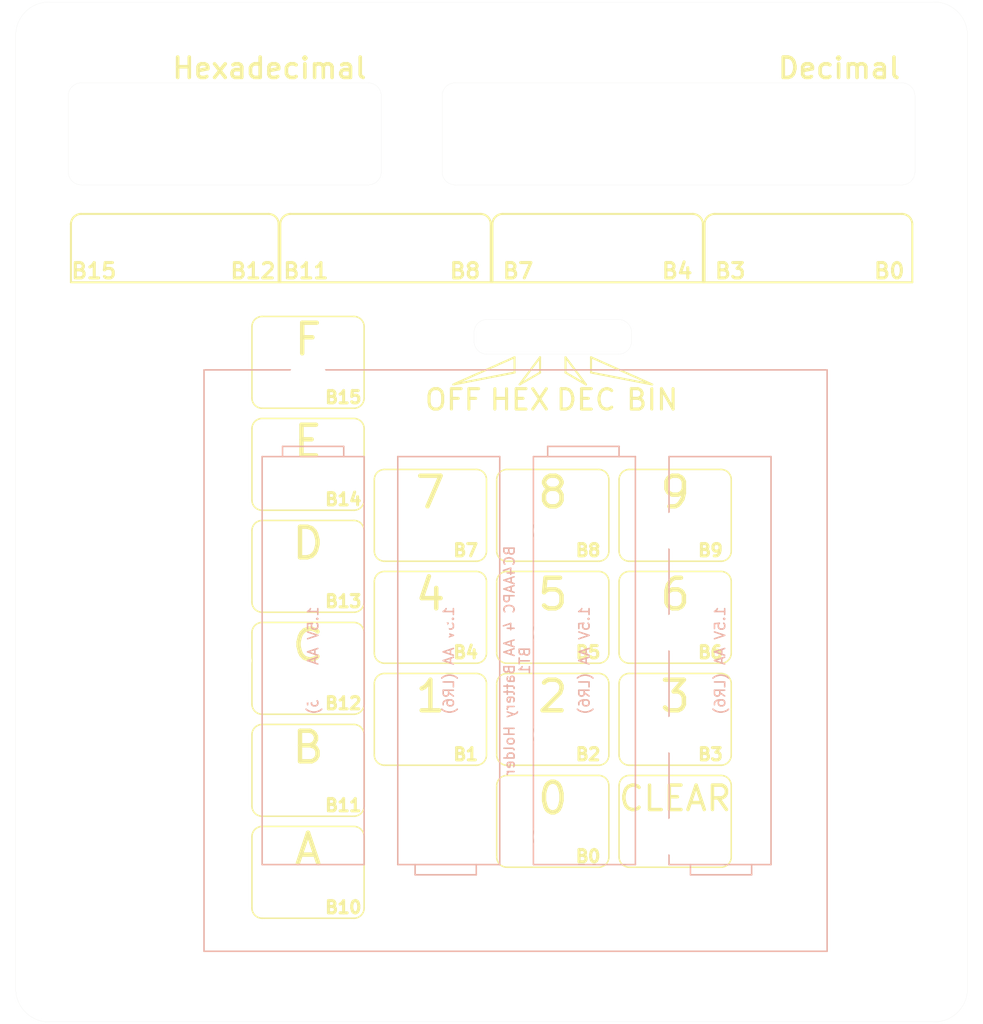
<source format=kicad_pcb>
(kicad_pcb (version 4) (host pcbnew 4.0.7)

  (general
    (links 0)
    (no_connects 0)
    (area 53.324999 49.994999 146.675001 150.005001)
    (thickness 1.6)
    (drawings 116)
    (tracks 0)
    (zones 0)
    (modules 42)
    (nets 1)
  )

  (page A4)
  (layers
    (0 F.Cu signal)
    (31 B.Cu signal)
    (32 B.Adhes user hide)
    (33 F.Adhes user hide)
    (34 B.Paste user hide)
    (35 F.Paste user hide)
    (36 B.SilkS user hide)
    (37 F.SilkS user)
    (38 B.Mask user hide)
    (39 F.Mask user hide)
    (40 Dwgs.User user)
    (41 Cmts.User user)
    (42 Eco1.User user hide)
    (43 Eco2.User user hide)
    (44 Edge.Cuts user)
    (45 Margin user hide)
    (46 B.CrtYd user)
    (47 F.CrtYd user)
    (48 B.Fab user)
    (49 F.Fab user)
  )

  (setup
    (last_trace_width 0.25)
    (user_trace_width 0.5)
    (user_trace_width 0.8)
    (user_trace_width 1)
    (user_trace_width 1.25)
    (trace_clearance 0.2)
    (zone_clearance 0.25)
    (zone_45_only no)
    (trace_min 0.2)
    (segment_width 0.2)
    (edge_width 0.15)
    (via_size 0.7)
    (via_drill 0.4)
    (via_min_size 0.4)
    (via_min_drill 0.3)
    (user_via 1.4 0.8)
    (uvia_size 0.7)
    (uvia_drill 0.4)
    (uvias_allowed no)
    (uvia_min_size 0.2)
    (uvia_min_drill 0.1)
    (pcb_text_width 0.3)
    (pcb_text_size 1.5 1.5)
    (mod_edge_width 0.15)
    (mod_text_size 0.5 0.5)
    (mod_text_width 0.15)
    (pad_size 1 0.25)
    (pad_drill 0)
    (pad_to_mask_clearance 0.2)
    (aux_axis_origin 0 0)
    (visible_elements 7FFFFFFF)
    (pcbplotparams
      (layerselection 0x010f0_80000001)
      (usegerberextensions false)
      (excludeedgelayer true)
      (linewidth 0.100000)
      (plotframeref false)
      (viasonmask false)
      (mode 1)
      (useauxorigin false)
      (hpglpennumber 1)
      (hpglpenspeed 20)
      (hpglpendiameter 15)
      (hpglpenoverlay 2)
      (psnegative false)
      (psa4output false)
      (plotreference true)
      (plotvalue true)
      (plotinvisibletext false)
      (padsonsilk false)
      (subtractmaskfromsilk false)
      (outputformat 1)
      (mirror false)
      (drillshape 0)
      (scaleselection 1)
      (outputdirectory ""))
  )

  (net 0 "")

  (net_class Default "This is the default net class."
    (clearance 0.2)
    (trace_width 0.25)
    (via_dia 0.7)
    (via_drill 0.4)
    (uvia_dia 0.7)
    (uvia_drill 0.4)
  )

  (module MPD:BC4AAW (layer B.Cu) (tedit 5B2AF2EB) (tstamp 5B28EE37)
    (at 102.5 114.57 90)
    (path /5AEC3A00)
    (fp_text reference BT1 (at 0 0.75 90) (layer B.SilkS)
      (effects (font (size 1 1) (thickness 0.15)) (justify mirror))
    )
    (fp_text value "4 Cell AA Battery Clip" (at 0 -4 90) (layer B.Fab)
      (effects (font (size 1 1) (thickness 0.15)) (justify mirror))
    )
    (fp_circle (center 0 -27.5) (end 3.6 -27.5) (layer F.Fab) (width 0.15))
    (fp_circle (center 0 27.5) (end 3.6 27.6) (layer F.Fab) (width 0.15))
    (fp_line (start -28.5 30.4) (end 28.5 30.4) (layer B.SilkS) (width 0.15))
    (fp_line (start -28.5 -30.7) (end -28.5 30.4) (layer B.SilkS) (width 0.15))
    (fp_line (start 28.5 -30.7) (end -28.5 -30.7) (layer B.SilkS) (width 0.15))
    (fp_line (start 28.5 30.4) (end 28.5 -30.7) (layer B.SilkS) (width 0.15))
    (fp_text user "BC4AAPC 4 AA Battery Holder" (at 0 -0.75 90) (layer B.SilkS)
      (effects (font (size 1 1) (thickness 0.15)) (justify mirror))
    )
    (fp_line (start 21 3) (end 20 3) (layer B.SilkS) (width 0.15))
    (fp_line (start 21 10) (end 21 3) (layer B.SilkS) (width 0.15))
    (fp_line (start 20 10) (end 21 10) (layer B.SilkS) (width 0.15))
    (fp_line (start -21 17) (end -20 17) (layer B.SilkS) (width 0.15))
    (fp_line (start -21 23) (end -21 17) (layer B.SilkS) (width 0.15))
    (fp_line (start -20 23) (end -21 23) (layer B.SilkS) (width 0.15))
    (fp_line (start -21 -10) (end -20 -10) (layer B.SilkS) (width 0.15))
    (fp_line (start -21 -4) (end -21 -10) (layer B.SilkS) (width 0.15))
    (fp_line (start -20 -4) (end -21 -4) (layer B.SilkS) (width 0.15))
    (fp_line (start 21 -23) (end 20 -23) (layer B.SilkS) (width 0.15))
    (fp_line (start 21 -17) (end 21 -23) (layer B.SilkS) (width 0.15))
    (fp_line (start 20 -17) (end 21 -17) (layer B.SilkS) (width 0.15))
    (fp_text user "1.5V AA (LR6)" (at 0 -20 90) (layer B.SilkS)
      (effects (font (size 1 1) (thickness 0.15)) (justify mirror))
    )
    (fp_line (start -21 -10) (end -20 -10) (layer B.Fab) (width 0.15))
    (fp_line (start -21 -4) (end -21 -10) (layer B.Fab) (width 0.15))
    (fp_line (start -20 -4) (end -21 -4) (layer B.Fab) (width 0.15))
    (fp_line (start -21 17) (end -20 17) (layer B.Fab) (width 0.15))
    (fp_line (start -21 23) (end -21 17) (layer B.Fab) (width 0.15))
    (fp_line (start -20 23) (end -21 23) (layer B.Fab) (width 0.15))
    (fp_line (start 21 10) (end 20 10) (layer B.Fab) (width 0.15))
    (fp_line (start 21 3) (end 21 10) (layer B.Fab) (width 0.15))
    (fp_line (start 20 3) (end 21 3) (layer B.Fab) (width 0.15))
    (fp_line (start 21 -23) (end 20 -23) (layer B.Fab) (width 0.15))
    (fp_line (start 21 -17) (end 21 -23) (layer B.Fab) (width 0.15))
    (fp_line (start 20 -17) (end 21 -17) (layer B.Fab) (width 0.15))
    (fp_line (start -20 -15) (end 20 -15) (layer B.Fab) (width 0.15))
    (fp_line (start -20 -25) (end -20 -15) (layer B.Fab) (width 0.15))
    (fp_line (start 20 -25) (end -20 -25) (layer B.Fab) (width 0.15))
    (fp_line (start 20 -15) (end 20 -25) (layer B.Fab) (width 0.15))
    (fp_line (start -28.6 -30.8) (end -28.6 30.5) (layer B.CrtYd) (width 0.15))
    (fp_line (start 28.6 -30.8) (end -28.6 -30.8) (layer B.CrtYd) (width 0.15))
    (fp_line (start 28.6 30.5) (end 28.6 -30.8) (layer B.CrtYd) (width 0.15))
    (fp_line (start -28.6 30.5) (end 28.6 30.5) (layer B.CrtYd) (width 0.15))
    (fp_line (start 20 -1.7) (end 20 -11.7) (layer B.Fab) (width 0.15))
    (fp_line (start 20 11.6) (end 20 1.6) (layer B.Fab) (width 0.15))
    (fp_line (start 20 24.9) (end 20 14.9) (layer B.Fab) (width 0.15))
    (fp_line (start -20 -1.7) (end 20 -1.7) (layer B.Fab) (width 0.15))
    (fp_line (start -20 11.6) (end 20 11.6) (layer B.Fab) (width 0.15))
    (fp_line (start -20 24.9) (end 20 24.9) (layer B.Fab) (width 0.15))
    (fp_line (start -20 -11.7) (end -20 -1.7) (layer B.Fab) (width 0.15))
    (fp_line (start -20 1.6) (end -20 11.6) (layer B.Fab) (width 0.15))
    (fp_line (start -20 14.9) (end -20 24.9) (layer B.Fab) (width 0.15))
    (fp_line (start 20 -11.7) (end -20 -11.7) (layer B.Fab) (width 0.15))
    (fp_line (start 20 1.6) (end -20 1.6) (layer B.Fab) (width 0.15))
    (fp_line (start 20 14.9) (end -20 14.9) (layer B.Fab) (width 0.15))
    (fp_line (start -20 -15) (end 20 -15) (layer B.SilkS) (width 0.15))
    (fp_line (start 20 -25) (end -20 -25) (layer B.SilkS) (width 0.15))
    (fp_line (start 20 -15) (end 20 -25) (layer B.SilkS) (width 0.15))
    (fp_line (start -20 -25) (end -20 -15) (layer B.SilkS) (width 0.15))
    (fp_line (start -20 -11.7) (end -20 -1.7) (layer B.SilkS) (width 0.15))
    (fp_line (start -20 1.6) (end -20 11.6) (layer B.SilkS) (width 0.15))
    (fp_line (start -20 14.9) (end -20 24.9) (layer B.SilkS) (width 0.15))
    (fp_text user "1.5V AA (LR6)" (at 0 -6.7 90) (layer B.SilkS)
      (effects (font (size 1 1) (thickness 0.15)) (justify mirror))
    )
    (fp_text user "1.5V AA (LR6)" (at 0 6.6 90) (layer B.SilkS)
      (effects (font (size 1 1) (thickness 0.15)) (justify mirror))
    )
    (fp_text user "1.5V AA (LR6)" (at 0 19.9 90) (layer B.SilkS)
      (effects (font (size 1 1) (thickness 0.15)) (justify mirror))
    )
    (fp_line (start -20 -1.7) (end 20 -1.7) (layer B.SilkS) (width 0.15))
    (fp_line (start -20 11.6) (end 20 11.6) (layer B.SilkS) (width 0.15))
    (fp_line (start -20 24.9) (end 20 24.9) (layer B.SilkS) (width 0.15))
    (fp_line (start 20 -11.7) (end -20 -11.7) (layer B.SilkS) (width 0.15))
    (fp_line (start 20 1.6) (end -20 1.6) (layer B.SilkS) (width 0.15))
    (fp_line (start 20 14.9) (end -20 14.9) (layer B.SilkS) (width 0.15))
    (fp_line (start 20 -1.7) (end 20 -11.7) (layer B.SilkS) (width 0.15))
    (fp_line (start 20 11.6) (end 20 1.6) (layer B.SilkS) (width 0.15))
    (fp_line (start 20 24.9) (end 20 14.9) (layer B.SilkS) (width 0.15))
    (pad "" np_thru_hole circle (at 0 -27.5 90) (size 2.9 2.9) (drill 2.9) (layers *.Cu *.Mask))
    (pad "" np_thru_hole circle (at 0 27.5 90) (size 2.9 2.9) (drill 2.9) (layers *.Cu *.Mask))
    (model ${KIPRJMOD}/3d_models/Battery_MPD.3dshapes/BatteryHolder_BC4AAW001.wrl
      (at (xyz 0 0 0))
      (scale (xyz 1 1 1))
      (rotate (xyz 0 0 0))
    )
  )

  (module CK_FP:CK_PTS645_FrontPanel (layer F.Cu) (tedit 5B3CDDBD) (tstamp 5B3CE10C)
    (at 82 136.83)
    (fp_text reference REF** (at 0 0) (layer F.SilkS) hide
      (effects (font (size 0.5 0.5) (thickness 0.125)))
    )
    (fp_text value CK_PTS645_FrontPanel (at 0 -0.5) (layer F.Fab)
      (effects (font (size 0.5 0.5) (thickness 0.125)))
    )
    (fp_arc (start -4.5 2) (end -4.5 3) (angle 90) (layer F.SilkS) (width 0.15))
    (fp_arc (start 4.5 2) (end 5.5 2) (angle 90) (layer F.SilkS) (width 0.15))
    (fp_arc (start -4.5 -5) (end -5.5 -5) (angle 90) (layer F.SilkS) (width 0.15))
    (fp_arc (start 4.5 -5) (end 4.5 -6) (angle 90) (layer F.SilkS) (width 0.15))
    (fp_line (start -5.5 2) (end -5.5 -5) (layer F.SilkS) (width 0.15))
    (fp_line (start 4.5 3) (end -4.5 3) (layer F.SilkS) (width 0.15))
    (fp_line (start 5.5 -5) (end 5.5 2) (layer F.SilkS) (width 0.15))
    (fp_line (start -4.5 -6) (end 4.5 -6) (layer F.SilkS) (width 0.15))
    (fp_line (start 6 5) (end -6 5) (layer F.CrtYd) (width 0.15))
    (fp_line (start 6 -5) (end 6 5) (layer F.CrtYd) (width 0.15))
    (fp_line (start -6 -5) (end 6 -5) (layer F.CrtYd) (width 0.15))
    (fp_line (start -6 5) (end -6 -5) (layer F.CrtYd) (width 0.15))
    (pad "" np_thru_hole circle (at 0 0) (size 3.7 3.7) (drill 3.7) (layers *.Cu *.Mask))
  )

  (module CK_FP:CK_PTS645_FrontPanel (layer F.Cu) (tedit 5B3CDDBD) (tstamp 5B3CE15F)
    (at 82 86.83)
    (fp_text reference REF** (at 0 0) (layer F.SilkS) hide
      (effects (font (size 0.5 0.5) (thickness 0.125)))
    )
    (fp_text value CK_PTS645_FrontPanel (at 0 -0.5) (layer F.Fab)
      (effects (font (size 0.5 0.5) (thickness 0.125)))
    )
    (fp_arc (start -4.5 2) (end -4.5 3) (angle 90) (layer F.SilkS) (width 0.15))
    (fp_arc (start 4.5 2) (end 5.5 2) (angle 90) (layer F.SilkS) (width 0.15))
    (fp_arc (start -4.5 -5) (end -5.5 -5) (angle 90) (layer F.SilkS) (width 0.15))
    (fp_arc (start 4.5 -5) (end 4.5 -6) (angle 90) (layer F.SilkS) (width 0.15))
    (fp_line (start -5.5 2) (end -5.5 -5) (layer F.SilkS) (width 0.15))
    (fp_line (start 4.5 3) (end -4.5 3) (layer F.SilkS) (width 0.15))
    (fp_line (start 5.5 -5) (end 5.5 2) (layer F.SilkS) (width 0.15))
    (fp_line (start -4.5 -6) (end 4.5 -6) (layer F.SilkS) (width 0.15))
    (fp_line (start 6 5) (end -6 5) (layer F.CrtYd) (width 0.15))
    (fp_line (start 6 -5) (end 6 5) (layer F.CrtYd) (width 0.15))
    (fp_line (start -6 -5) (end 6 -5) (layer F.CrtYd) (width 0.15))
    (fp_line (start -6 5) (end -6 -5) (layer F.CrtYd) (width 0.15))
    (pad "" np_thru_hole circle (at 0 0) (size 3.7 3.7) (drill 3.7) (layers *.Cu *.Mask))
  )

  (module CK_FP:CK_PTS645_FrontPanel (layer F.Cu) (tedit 5B3CDDBD) (tstamp 5B3CE14F)
    (at 82 96.83)
    (fp_text reference REF** (at 0 0) (layer F.SilkS) hide
      (effects (font (size 0.5 0.5) (thickness 0.125)))
    )
    (fp_text value CK_PTS645_FrontPanel (at 0 -0.5) (layer F.Fab)
      (effects (font (size 0.5 0.5) (thickness 0.125)))
    )
    (fp_arc (start -4.5 2) (end -4.5 3) (angle 90) (layer F.SilkS) (width 0.15))
    (fp_arc (start 4.5 2) (end 5.5 2) (angle 90) (layer F.SilkS) (width 0.15))
    (fp_arc (start -4.5 -5) (end -5.5 -5) (angle 90) (layer F.SilkS) (width 0.15))
    (fp_arc (start 4.5 -5) (end 4.5 -6) (angle 90) (layer F.SilkS) (width 0.15))
    (fp_line (start -5.5 2) (end -5.5 -5) (layer F.SilkS) (width 0.15))
    (fp_line (start 4.5 3) (end -4.5 3) (layer F.SilkS) (width 0.15))
    (fp_line (start 5.5 -5) (end 5.5 2) (layer F.SilkS) (width 0.15))
    (fp_line (start -4.5 -6) (end 4.5 -6) (layer F.SilkS) (width 0.15))
    (fp_line (start 6 5) (end -6 5) (layer F.CrtYd) (width 0.15))
    (fp_line (start 6 -5) (end 6 5) (layer F.CrtYd) (width 0.15))
    (fp_line (start -6 -5) (end 6 -5) (layer F.CrtYd) (width 0.15))
    (fp_line (start -6 5) (end -6 -5) (layer F.CrtYd) (width 0.15))
    (pad "" np_thru_hole circle (at 0 0) (size 3.7 3.7) (drill 3.7) (layers *.Cu *.Mask))
  )

  (module CK_FP:CK_PTS645_FrontPanel (layer F.Cu) (tedit 5B3CDDBD) (tstamp 5B3CE13F)
    (at 82 106.83)
    (fp_text reference REF** (at 0 0) (layer F.SilkS) hide
      (effects (font (size 0.5 0.5) (thickness 0.125)))
    )
    (fp_text value CK_PTS645_FrontPanel (at 0 -0.5) (layer F.Fab)
      (effects (font (size 0.5 0.5) (thickness 0.125)))
    )
    (fp_arc (start -4.5 2) (end -4.5 3) (angle 90) (layer F.SilkS) (width 0.15))
    (fp_arc (start 4.5 2) (end 5.5 2) (angle 90) (layer F.SilkS) (width 0.15))
    (fp_arc (start -4.5 -5) (end -5.5 -5) (angle 90) (layer F.SilkS) (width 0.15))
    (fp_arc (start 4.5 -5) (end 4.5 -6) (angle 90) (layer F.SilkS) (width 0.15))
    (fp_line (start -5.5 2) (end -5.5 -5) (layer F.SilkS) (width 0.15))
    (fp_line (start 4.5 3) (end -4.5 3) (layer F.SilkS) (width 0.15))
    (fp_line (start 5.5 -5) (end 5.5 2) (layer F.SilkS) (width 0.15))
    (fp_line (start -4.5 -6) (end 4.5 -6) (layer F.SilkS) (width 0.15))
    (fp_line (start 6 5) (end -6 5) (layer F.CrtYd) (width 0.15))
    (fp_line (start 6 -5) (end 6 5) (layer F.CrtYd) (width 0.15))
    (fp_line (start -6 -5) (end 6 -5) (layer F.CrtYd) (width 0.15))
    (fp_line (start -6 5) (end -6 -5) (layer F.CrtYd) (width 0.15))
    (pad "" np_thru_hole circle (at 0 0) (size 3.7 3.7) (drill 3.7) (layers *.Cu *.Mask))
  )

  (module CK_FP:CK_PTS645_FrontPanel (layer F.Cu) (tedit 5B3CDDBD) (tstamp 5B3CE12F)
    (at 82 116.83)
    (fp_text reference REF** (at 0 0) (layer F.SilkS) hide
      (effects (font (size 0.5 0.5) (thickness 0.125)))
    )
    (fp_text value CK_PTS645_FrontPanel (at 0 -0.5) (layer F.Fab)
      (effects (font (size 0.5 0.5) (thickness 0.125)))
    )
    (fp_arc (start -4.5 2) (end -4.5 3) (angle 90) (layer F.SilkS) (width 0.15))
    (fp_arc (start 4.5 2) (end 5.5 2) (angle 90) (layer F.SilkS) (width 0.15))
    (fp_arc (start -4.5 -5) (end -5.5 -5) (angle 90) (layer F.SilkS) (width 0.15))
    (fp_arc (start 4.5 -5) (end 4.5 -6) (angle 90) (layer F.SilkS) (width 0.15))
    (fp_line (start -5.5 2) (end -5.5 -5) (layer F.SilkS) (width 0.15))
    (fp_line (start 4.5 3) (end -4.5 3) (layer F.SilkS) (width 0.15))
    (fp_line (start 5.5 -5) (end 5.5 2) (layer F.SilkS) (width 0.15))
    (fp_line (start -4.5 -6) (end 4.5 -6) (layer F.SilkS) (width 0.15))
    (fp_line (start 6 5) (end -6 5) (layer F.CrtYd) (width 0.15))
    (fp_line (start 6 -5) (end 6 5) (layer F.CrtYd) (width 0.15))
    (fp_line (start -6 -5) (end 6 -5) (layer F.CrtYd) (width 0.15))
    (fp_line (start -6 5) (end -6 -5) (layer F.CrtYd) (width 0.15))
    (pad "" np_thru_hole circle (at 0 0) (size 3.7 3.7) (drill 3.7) (layers *.Cu *.Mask))
  )

  (module CK_FP:CK_PTS645_FrontPanel (layer F.Cu) (tedit 5B3CDDBD) (tstamp 5B3CE11F)
    (at 82 126.83)
    (fp_text reference REF** (at 0 0) (layer F.SilkS) hide
      (effects (font (size 0.5 0.5) (thickness 0.125)))
    )
    (fp_text value CK_PTS645_FrontPanel (at 0 -0.5) (layer F.Fab)
      (effects (font (size 0.5 0.5) (thickness 0.125)))
    )
    (fp_arc (start -4.5 2) (end -4.5 3) (angle 90) (layer F.SilkS) (width 0.15))
    (fp_arc (start 4.5 2) (end 5.5 2) (angle 90) (layer F.SilkS) (width 0.15))
    (fp_arc (start -4.5 -5) (end -5.5 -5) (angle 90) (layer F.SilkS) (width 0.15))
    (fp_arc (start 4.5 -5) (end 4.5 -6) (angle 90) (layer F.SilkS) (width 0.15))
    (fp_line (start -5.5 2) (end -5.5 -5) (layer F.SilkS) (width 0.15))
    (fp_line (start 4.5 3) (end -4.5 3) (layer F.SilkS) (width 0.15))
    (fp_line (start 5.5 -5) (end 5.5 2) (layer F.SilkS) (width 0.15))
    (fp_line (start -4.5 -6) (end 4.5 -6) (layer F.SilkS) (width 0.15))
    (fp_line (start 6 5) (end -6 5) (layer F.CrtYd) (width 0.15))
    (fp_line (start 6 -5) (end 6 5) (layer F.CrtYd) (width 0.15))
    (fp_line (start -6 -5) (end 6 -5) (layer F.CrtYd) (width 0.15))
    (fp_line (start -6 5) (end -6 -5) (layer F.CrtYd) (width 0.15))
    (pad "" np_thru_hole circle (at 0 0) (size 3.7 3.7) (drill 3.7) (layers *.Cu *.Mask))
  )

  (module CK_FP:CK_PTS645_FrontPanel (layer F.Cu) (tedit 5B3CDDBD) (tstamp 5B3CE0D1)
    (at 106 131.83)
    (fp_text reference REF** (at 0 0) (layer F.SilkS) hide
      (effects (font (size 0.5 0.5) (thickness 0.125)))
    )
    (fp_text value CK_PTS645_FrontPanel (at 0 -0.5) (layer F.Fab)
      (effects (font (size 0.5 0.5) (thickness 0.125)))
    )
    (fp_arc (start -4.5 2) (end -4.5 3) (angle 90) (layer F.SilkS) (width 0.15))
    (fp_arc (start 4.5 2) (end 5.5 2) (angle 90) (layer F.SilkS) (width 0.15))
    (fp_arc (start -4.5 -5) (end -5.5 -5) (angle 90) (layer F.SilkS) (width 0.15))
    (fp_arc (start 4.5 -5) (end 4.5 -6) (angle 90) (layer F.SilkS) (width 0.15))
    (fp_line (start -5.5 2) (end -5.5 -5) (layer F.SilkS) (width 0.15))
    (fp_line (start 4.5 3) (end -4.5 3) (layer F.SilkS) (width 0.15))
    (fp_line (start 5.5 -5) (end 5.5 2) (layer F.SilkS) (width 0.15))
    (fp_line (start -4.5 -6) (end 4.5 -6) (layer F.SilkS) (width 0.15))
    (fp_line (start 6 5) (end -6 5) (layer F.CrtYd) (width 0.15))
    (fp_line (start 6 -5) (end 6 5) (layer F.CrtYd) (width 0.15))
    (fp_line (start -6 -5) (end 6 -5) (layer F.CrtYd) (width 0.15))
    (fp_line (start -6 5) (end -6 -5) (layer F.CrtYd) (width 0.15))
    (pad "" np_thru_hole circle (at 0 0) (size 3.7 3.7) (drill 3.7) (layers *.Cu *.Mask))
  )

  (module CK_FP:CK_PTS645_FrontPanel (layer F.Cu) (tedit 5B3CDDBD) (tstamp 5B3CE0C1)
    (at 118 131.83)
    (fp_text reference REF** (at 0 0) (layer F.SilkS) hide
      (effects (font (size 0.5 0.5) (thickness 0.125)))
    )
    (fp_text value CK_PTS645_FrontPanel (at 0 -0.5) (layer F.Fab)
      (effects (font (size 0.5 0.5) (thickness 0.125)))
    )
    (fp_arc (start -4.5 2) (end -4.5 3) (angle 90) (layer F.SilkS) (width 0.15))
    (fp_arc (start 4.5 2) (end 5.5 2) (angle 90) (layer F.SilkS) (width 0.15))
    (fp_arc (start -4.5 -5) (end -5.5 -5) (angle 90) (layer F.SilkS) (width 0.15))
    (fp_arc (start 4.5 -5) (end 4.5 -6) (angle 90) (layer F.SilkS) (width 0.15))
    (fp_line (start -5.5 2) (end -5.5 -5) (layer F.SilkS) (width 0.15))
    (fp_line (start 4.5 3) (end -4.5 3) (layer F.SilkS) (width 0.15))
    (fp_line (start 5.5 -5) (end 5.5 2) (layer F.SilkS) (width 0.15))
    (fp_line (start -4.5 -6) (end 4.5 -6) (layer F.SilkS) (width 0.15))
    (fp_line (start 6 5) (end -6 5) (layer F.CrtYd) (width 0.15))
    (fp_line (start 6 -5) (end 6 5) (layer F.CrtYd) (width 0.15))
    (fp_line (start -6 -5) (end 6 -5) (layer F.CrtYd) (width 0.15))
    (fp_line (start -6 5) (end -6 -5) (layer F.CrtYd) (width 0.15))
    (pad "" np_thru_hole circle (at 0 0) (size 3.7 3.7) (drill 3.7) (layers *.Cu *.Mask))
  )

  (module CK_FP:CK_PTS645_FrontPanel (layer F.Cu) (tedit 5B3CDDBD) (tstamp 5B3CE0B1)
    (at 94 121.83)
    (fp_text reference REF** (at 0 0) (layer F.SilkS) hide
      (effects (font (size 0.5 0.5) (thickness 0.125)))
    )
    (fp_text value CK_PTS645_FrontPanel (at 0 -0.5) (layer F.Fab)
      (effects (font (size 0.5 0.5) (thickness 0.125)))
    )
    (fp_arc (start -4.5 2) (end -4.5 3) (angle 90) (layer F.SilkS) (width 0.15))
    (fp_arc (start 4.5 2) (end 5.5 2) (angle 90) (layer F.SilkS) (width 0.15))
    (fp_arc (start -4.5 -5) (end -5.5 -5) (angle 90) (layer F.SilkS) (width 0.15))
    (fp_arc (start 4.5 -5) (end 4.5 -6) (angle 90) (layer F.SilkS) (width 0.15))
    (fp_line (start -5.5 2) (end -5.5 -5) (layer F.SilkS) (width 0.15))
    (fp_line (start 4.5 3) (end -4.5 3) (layer F.SilkS) (width 0.15))
    (fp_line (start 5.5 -5) (end 5.5 2) (layer F.SilkS) (width 0.15))
    (fp_line (start -4.5 -6) (end 4.5 -6) (layer F.SilkS) (width 0.15))
    (fp_line (start 6 5) (end -6 5) (layer F.CrtYd) (width 0.15))
    (fp_line (start 6 -5) (end 6 5) (layer F.CrtYd) (width 0.15))
    (fp_line (start -6 -5) (end 6 -5) (layer F.CrtYd) (width 0.15))
    (fp_line (start -6 5) (end -6 -5) (layer F.CrtYd) (width 0.15))
    (pad "" np_thru_hole circle (at 0 0) (size 3.7 3.7) (drill 3.7) (layers *.Cu *.Mask))
  )

  (module CK_FP:CK_PTS645_FrontPanel (layer F.Cu) (tedit 5B3CDDBD) (tstamp 5B3CE0A1)
    (at 106 121.83)
    (fp_text reference REF** (at 0 0) (layer F.SilkS) hide
      (effects (font (size 0.5 0.5) (thickness 0.125)))
    )
    (fp_text value CK_PTS645_FrontPanel (at 0 -0.5) (layer F.Fab)
      (effects (font (size 0.5 0.5) (thickness 0.125)))
    )
    (fp_arc (start -4.5 2) (end -4.5 3) (angle 90) (layer F.SilkS) (width 0.15))
    (fp_arc (start 4.5 2) (end 5.5 2) (angle 90) (layer F.SilkS) (width 0.15))
    (fp_arc (start -4.5 -5) (end -5.5 -5) (angle 90) (layer F.SilkS) (width 0.15))
    (fp_arc (start 4.5 -5) (end 4.5 -6) (angle 90) (layer F.SilkS) (width 0.15))
    (fp_line (start -5.5 2) (end -5.5 -5) (layer F.SilkS) (width 0.15))
    (fp_line (start 4.5 3) (end -4.5 3) (layer F.SilkS) (width 0.15))
    (fp_line (start 5.5 -5) (end 5.5 2) (layer F.SilkS) (width 0.15))
    (fp_line (start -4.5 -6) (end 4.5 -6) (layer F.SilkS) (width 0.15))
    (fp_line (start 6 5) (end -6 5) (layer F.CrtYd) (width 0.15))
    (fp_line (start 6 -5) (end 6 5) (layer F.CrtYd) (width 0.15))
    (fp_line (start -6 -5) (end 6 -5) (layer F.CrtYd) (width 0.15))
    (fp_line (start -6 5) (end -6 -5) (layer F.CrtYd) (width 0.15))
    (pad "" np_thru_hole circle (at 0 0) (size 3.7 3.7) (drill 3.7) (layers *.Cu *.Mask))
  )

  (module CK_FP:CK_PTS645_FrontPanel (layer F.Cu) (tedit 5B3CDDBD) (tstamp 5B3CE091)
    (at 118 121.83)
    (fp_text reference REF** (at 0 0) (layer F.SilkS) hide
      (effects (font (size 0.5 0.5) (thickness 0.125)))
    )
    (fp_text value CK_PTS645_FrontPanel (at 0 -0.5) (layer F.Fab)
      (effects (font (size 0.5 0.5) (thickness 0.125)))
    )
    (fp_arc (start -4.5 2) (end -4.5 3) (angle 90) (layer F.SilkS) (width 0.15))
    (fp_arc (start 4.5 2) (end 5.5 2) (angle 90) (layer F.SilkS) (width 0.15))
    (fp_arc (start -4.5 -5) (end -5.5 -5) (angle 90) (layer F.SilkS) (width 0.15))
    (fp_arc (start 4.5 -5) (end 4.5 -6) (angle 90) (layer F.SilkS) (width 0.15))
    (fp_line (start -5.5 2) (end -5.5 -5) (layer F.SilkS) (width 0.15))
    (fp_line (start 4.5 3) (end -4.5 3) (layer F.SilkS) (width 0.15))
    (fp_line (start 5.5 -5) (end 5.5 2) (layer F.SilkS) (width 0.15))
    (fp_line (start -4.5 -6) (end 4.5 -6) (layer F.SilkS) (width 0.15))
    (fp_line (start 6 5) (end -6 5) (layer F.CrtYd) (width 0.15))
    (fp_line (start 6 -5) (end 6 5) (layer F.CrtYd) (width 0.15))
    (fp_line (start -6 -5) (end 6 -5) (layer F.CrtYd) (width 0.15))
    (fp_line (start -6 5) (end -6 -5) (layer F.CrtYd) (width 0.15))
    (pad "" np_thru_hole circle (at 0 0) (size 3.7 3.7) (drill 3.7) (layers *.Cu *.Mask))
  )

  (module CK_FP:CK_PTS645_FrontPanel (layer F.Cu) (tedit 5B3CDDBD) (tstamp 5B3CE081)
    (at 94 111.83)
    (fp_text reference REF** (at 0 0) (layer F.SilkS) hide
      (effects (font (size 0.5 0.5) (thickness 0.125)))
    )
    (fp_text value CK_PTS645_FrontPanel (at 0 -0.5) (layer F.Fab)
      (effects (font (size 0.5 0.5) (thickness 0.125)))
    )
    (fp_arc (start -4.5 2) (end -4.5 3) (angle 90) (layer F.SilkS) (width 0.15))
    (fp_arc (start 4.5 2) (end 5.5 2) (angle 90) (layer F.SilkS) (width 0.15))
    (fp_arc (start -4.5 -5) (end -5.5 -5) (angle 90) (layer F.SilkS) (width 0.15))
    (fp_arc (start 4.5 -5) (end 4.5 -6) (angle 90) (layer F.SilkS) (width 0.15))
    (fp_line (start -5.5 2) (end -5.5 -5) (layer F.SilkS) (width 0.15))
    (fp_line (start 4.5 3) (end -4.5 3) (layer F.SilkS) (width 0.15))
    (fp_line (start 5.5 -5) (end 5.5 2) (layer F.SilkS) (width 0.15))
    (fp_line (start -4.5 -6) (end 4.5 -6) (layer F.SilkS) (width 0.15))
    (fp_line (start 6 5) (end -6 5) (layer F.CrtYd) (width 0.15))
    (fp_line (start 6 -5) (end 6 5) (layer F.CrtYd) (width 0.15))
    (fp_line (start -6 -5) (end 6 -5) (layer F.CrtYd) (width 0.15))
    (fp_line (start -6 5) (end -6 -5) (layer F.CrtYd) (width 0.15))
    (pad "" np_thru_hole circle (at 0 0) (size 3.7 3.7) (drill 3.7) (layers *.Cu *.Mask))
  )

  (module CK_FP:CK_PTS645_FrontPanel (layer F.Cu) (tedit 5B3CDDBD) (tstamp 5B3CE071)
    (at 106 111.83)
    (fp_text reference REF** (at 0 0) (layer F.SilkS) hide
      (effects (font (size 0.5 0.5) (thickness 0.125)))
    )
    (fp_text value CK_PTS645_FrontPanel (at 0 -0.5) (layer F.Fab)
      (effects (font (size 0.5 0.5) (thickness 0.125)))
    )
    (fp_arc (start -4.5 2) (end -4.5 3) (angle 90) (layer F.SilkS) (width 0.15))
    (fp_arc (start 4.5 2) (end 5.5 2) (angle 90) (layer F.SilkS) (width 0.15))
    (fp_arc (start -4.5 -5) (end -5.5 -5) (angle 90) (layer F.SilkS) (width 0.15))
    (fp_arc (start 4.5 -5) (end 4.5 -6) (angle 90) (layer F.SilkS) (width 0.15))
    (fp_line (start -5.5 2) (end -5.5 -5) (layer F.SilkS) (width 0.15))
    (fp_line (start 4.5 3) (end -4.5 3) (layer F.SilkS) (width 0.15))
    (fp_line (start 5.5 -5) (end 5.5 2) (layer F.SilkS) (width 0.15))
    (fp_line (start -4.5 -6) (end 4.5 -6) (layer F.SilkS) (width 0.15))
    (fp_line (start 6 5) (end -6 5) (layer F.CrtYd) (width 0.15))
    (fp_line (start 6 -5) (end 6 5) (layer F.CrtYd) (width 0.15))
    (fp_line (start -6 -5) (end 6 -5) (layer F.CrtYd) (width 0.15))
    (fp_line (start -6 5) (end -6 -5) (layer F.CrtYd) (width 0.15))
    (pad "" np_thru_hole circle (at 0 0) (size 3.7 3.7) (drill 3.7) (layers *.Cu *.Mask))
  )

  (module CK_FP:CK_PTS645_FrontPanel (layer F.Cu) (tedit 5B3CDDBD) (tstamp 5B3CE061)
    (at 118 111.83)
    (fp_text reference REF** (at 0 0) (layer F.SilkS) hide
      (effects (font (size 0.5 0.5) (thickness 0.125)))
    )
    (fp_text value CK_PTS645_FrontPanel (at 0 -0.5) (layer F.Fab)
      (effects (font (size 0.5 0.5) (thickness 0.125)))
    )
    (fp_arc (start -4.5 2) (end -4.5 3) (angle 90) (layer F.SilkS) (width 0.15))
    (fp_arc (start 4.5 2) (end 5.5 2) (angle 90) (layer F.SilkS) (width 0.15))
    (fp_arc (start -4.5 -5) (end -5.5 -5) (angle 90) (layer F.SilkS) (width 0.15))
    (fp_arc (start 4.5 -5) (end 4.5 -6) (angle 90) (layer F.SilkS) (width 0.15))
    (fp_line (start -5.5 2) (end -5.5 -5) (layer F.SilkS) (width 0.15))
    (fp_line (start 4.5 3) (end -4.5 3) (layer F.SilkS) (width 0.15))
    (fp_line (start 5.5 -5) (end 5.5 2) (layer F.SilkS) (width 0.15))
    (fp_line (start -4.5 -6) (end 4.5 -6) (layer F.SilkS) (width 0.15))
    (fp_line (start 6 5) (end -6 5) (layer F.CrtYd) (width 0.15))
    (fp_line (start 6 -5) (end 6 5) (layer F.CrtYd) (width 0.15))
    (fp_line (start -6 -5) (end 6 -5) (layer F.CrtYd) (width 0.15))
    (fp_line (start -6 5) (end -6 -5) (layer F.CrtYd) (width 0.15))
    (pad "" np_thru_hole circle (at 0 0) (size 3.7 3.7) (drill 3.7) (layers *.Cu *.Mask))
  )

  (module CK_FP:CK_PTS645_FrontPanel (layer F.Cu) (tedit 5B3CDDBD) (tstamp 5B3CE051)
    (at 94 101.83)
    (fp_text reference REF** (at 0 0) (layer F.SilkS) hide
      (effects (font (size 0.5 0.5) (thickness 0.125)))
    )
    (fp_text value CK_PTS645_FrontPanel (at 0 -0.5) (layer F.Fab)
      (effects (font (size 0.5 0.5) (thickness 0.125)))
    )
    (fp_arc (start -4.5 2) (end -4.5 3) (angle 90) (layer F.SilkS) (width 0.15))
    (fp_arc (start 4.5 2) (end 5.5 2) (angle 90) (layer F.SilkS) (width 0.15))
    (fp_arc (start -4.5 -5) (end -5.5 -5) (angle 90) (layer F.SilkS) (width 0.15))
    (fp_arc (start 4.5 -5) (end 4.5 -6) (angle 90) (layer F.SilkS) (width 0.15))
    (fp_line (start -5.5 2) (end -5.5 -5) (layer F.SilkS) (width 0.15))
    (fp_line (start 4.5 3) (end -4.5 3) (layer F.SilkS) (width 0.15))
    (fp_line (start 5.5 -5) (end 5.5 2) (layer F.SilkS) (width 0.15))
    (fp_line (start -4.5 -6) (end 4.5 -6) (layer F.SilkS) (width 0.15))
    (fp_line (start 6 5) (end -6 5) (layer F.CrtYd) (width 0.15))
    (fp_line (start 6 -5) (end 6 5) (layer F.CrtYd) (width 0.15))
    (fp_line (start -6 -5) (end 6 -5) (layer F.CrtYd) (width 0.15))
    (fp_line (start -6 5) (end -6 -5) (layer F.CrtYd) (width 0.15))
    (pad "" np_thru_hole circle (at 0 0) (size 3.7 3.7) (drill 3.7) (layers *.Cu *.Mask))
  )

  (module CK_FP:CK_PTS645_FrontPanel (layer F.Cu) (tedit 5B3CDDBD) (tstamp 5B3CE041)
    (at 106 101.83)
    (fp_text reference REF** (at 0 0) (layer F.SilkS) hide
      (effects (font (size 0.5 0.5) (thickness 0.125)))
    )
    (fp_text value CK_PTS645_FrontPanel (at 0 -0.5) (layer F.Fab)
      (effects (font (size 0.5 0.5) (thickness 0.125)))
    )
    (fp_arc (start -4.5 2) (end -4.5 3) (angle 90) (layer F.SilkS) (width 0.15))
    (fp_arc (start 4.5 2) (end 5.5 2) (angle 90) (layer F.SilkS) (width 0.15))
    (fp_arc (start -4.5 -5) (end -5.5 -5) (angle 90) (layer F.SilkS) (width 0.15))
    (fp_arc (start 4.5 -5) (end 4.5 -6) (angle 90) (layer F.SilkS) (width 0.15))
    (fp_line (start -5.5 2) (end -5.5 -5) (layer F.SilkS) (width 0.15))
    (fp_line (start 4.5 3) (end -4.5 3) (layer F.SilkS) (width 0.15))
    (fp_line (start 5.5 -5) (end 5.5 2) (layer F.SilkS) (width 0.15))
    (fp_line (start -4.5 -6) (end 4.5 -6) (layer F.SilkS) (width 0.15))
    (fp_line (start 6 5) (end -6 5) (layer F.CrtYd) (width 0.15))
    (fp_line (start 6 -5) (end 6 5) (layer F.CrtYd) (width 0.15))
    (fp_line (start -6 -5) (end 6 -5) (layer F.CrtYd) (width 0.15))
    (fp_line (start -6 5) (end -6 -5) (layer F.CrtYd) (width 0.15))
    (pad "" np_thru_hole circle (at 0 0) (size 3.7 3.7) (drill 3.7) (layers *.Cu *.Mask))
  )

  (module Light-On_FP:LightPipe_VLP_FrontPanel locked (layer F.Cu) (tedit 5B3CD088) (tstamp 5B3CD135)
    (at 61 73.28)
    (fp_text reference REF** (at 0 0) (layer F.SilkS) hide
      (effects (font (size 0.5 0.5) (thickness 0.125)))
    )
    (fp_text value LightPipe_VLP_FrontPanel (at 0 -0.5) (layer F.Fab)
      (effects (font (size 0.5 0.5) (thickness 0.125)))
    )
    (pad "" np_thru_hole circle (at 0 0) (size 3.2 3.2) (drill 3.2) (layers *.Cu *.Mask))
  )

  (module Light-On_FP:LightPipe_VLP_FrontPanel locked (layer F.Cu) (tedit 5B3CD088) (tstamp 5B3CD131)
    (at 66.2 73.28)
    (fp_text reference REF** (at 0 0) (layer F.SilkS) hide
      (effects (font (size 0.5 0.5) (thickness 0.125)))
    )
    (fp_text value LightPipe_VLP_FrontPanel (at 0 -0.5) (layer F.Fab)
      (effects (font (size 0.5 0.5) (thickness 0.125)))
    )
    (pad "" np_thru_hole circle (at 0 0) (size 3.2 3.2) (drill 3.2) (layers *.Cu *.Mask))
  )

  (module Light-On_FP:LightPipe_VLP_FrontPanel locked (layer F.Cu) (tedit 5B3CD088) (tstamp 5B3CD12D)
    (at 71.4 73.28)
    (fp_text reference REF** (at 0 0) (layer F.SilkS) hide
      (effects (font (size 0.5 0.5) (thickness 0.125)))
    )
    (fp_text value LightPipe_VLP_FrontPanel (at 0 -0.5) (layer F.Fab)
      (effects (font (size 0.5 0.5) (thickness 0.125)))
    )
    (pad "" np_thru_hole circle (at 0 0) (size 3.2 3.2) (drill 3.2) (layers *.Cu *.Mask))
  )

  (module Light-On_FP:LightPipe_VLP_FrontPanel locked (layer F.Cu) (tedit 5B3CD088) (tstamp 5B3CD129)
    (at 76.6 73.28)
    (fp_text reference REF** (at 0 0) (layer F.SilkS) hide
      (effects (font (size 0.5 0.5) (thickness 0.125)))
    )
    (fp_text value LightPipe_VLP_FrontPanel (at 0 -0.5) (layer F.Fab)
      (effects (font (size 0.5 0.5) (thickness 0.125)))
    )
    (pad "" np_thru_hole circle (at 0 0) (size 3.2 3.2) (drill 3.2) (layers *.Cu *.Mask))
  )

  (module Light-On_FP:LightPipe_VLP_FrontPanel locked (layer F.Cu) (tedit 5B3CD088) (tstamp 5B3CD125)
    (at 81.8 73.28)
    (fp_text reference REF** (at 0 0) (layer F.SilkS) hide
      (effects (font (size 0.5 0.5) (thickness 0.125)))
    )
    (fp_text value LightPipe_VLP_FrontPanel (at 0 -0.5) (layer F.Fab)
      (effects (font (size 0.5 0.5) (thickness 0.125)))
    )
    (pad "" np_thru_hole circle (at 0 0) (size 3.2 3.2) (drill 3.2) (layers *.Cu *.Mask))
  )

  (module Light-On_FP:LightPipe_VLP_FrontPanel locked (layer F.Cu) (tedit 5B3CD088) (tstamp 5B3CD121)
    (at 87 73.28)
    (fp_text reference REF** (at 0 0) (layer F.SilkS) hide
      (effects (font (size 0.5 0.5) (thickness 0.125)))
    )
    (fp_text value LightPipe_VLP_FrontPanel (at 0 -0.5) (layer F.Fab)
      (effects (font (size 0.5 0.5) (thickness 0.125)))
    )
    (pad "" np_thru_hole circle (at 0 0) (size 3.2 3.2) (drill 3.2) (layers *.Cu *.Mask))
  )

  (module Light-On_FP:LightPipe_VLP_FrontPanel locked (layer F.Cu) (tedit 5B3CD088) (tstamp 5B3CD11D)
    (at 92.2 73.28)
    (fp_text reference REF** (at 0 0) (layer F.SilkS) hide
      (effects (font (size 0.5 0.5) (thickness 0.125)))
    )
    (fp_text value LightPipe_VLP_FrontPanel (at 0 -0.5) (layer F.Fab)
      (effects (font (size 0.5 0.5) (thickness 0.125)))
    )
    (pad "" np_thru_hole circle (at 0 0) (size 3.2 3.2) (drill 3.2) (layers *.Cu *.Mask))
  )

  (module Light-On_FP:LightPipe_VLP_FrontPanel locked (layer F.Cu) (tedit 5B3CD088) (tstamp 5B3CD119)
    (at 97.4 73.28)
    (fp_text reference REF** (at 0 0) (layer F.SilkS) hide
      (effects (font (size 0.5 0.5) (thickness 0.125)))
    )
    (fp_text value LightPipe_VLP_FrontPanel (at 0 -0.5) (layer F.Fab)
      (effects (font (size 0.5 0.5) (thickness 0.125)))
    )
    (pad "" np_thru_hole circle (at 0 0) (size 3.2 3.2) (drill 3.2) (layers *.Cu *.Mask))
  )

  (module Light-On_FP:LightPipe_VLP_FrontPanel locked (layer F.Cu) (tedit 5B3CD088) (tstamp 5B3CD115)
    (at 102.6 73.28)
    (fp_text reference REF** (at 0 0) (layer F.SilkS) hide
      (effects (font (size 0.5 0.5) (thickness 0.125)))
    )
    (fp_text value LightPipe_VLP_FrontPanel (at 0 -0.5) (layer F.Fab)
      (effects (font (size 0.5 0.5) (thickness 0.125)))
    )
    (pad "" np_thru_hole circle (at 0 0) (size 3.2 3.2) (drill 3.2) (layers *.Cu *.Mask))
  )

  (module Light-On_FP:LightPipe_VLP_FrontPanel locked (layer F.Cu) (tedit 5B3CD088) (tstamp 5B3CD111)
    (at 107.8 73.28)
    (fp_text reference REF** (at 0 0) (layer F.SilkS) hide
      (effects (font (size 0.5 0.5) (thickness 0.125)))
    )
    (fp_text value LightPipe_VLP_FrontPanel (at 0 -0.5) (layer F.Fab)
      (effects (font (size 0.5 0.5) (thickness 0.125)))
    )
    (pad "" np_thru_hole circle (at 0 0) (size 3.2 3.2) (drill 3.2) (layers *.Cu *.Mask))
  )

  (module Light-On_FP:LightPipe_VLP_FrontPanel locked (layer F.Cu) (tedit 5B3CD088) (tstamp 5B3CD10D)
    (at 113 73.28)
    (fp_text reference REF** (at 0 0) (layer F.SilkS) hide
      (effects (font (size 0.5 0.5) (thickness 0.125)))
    )
    (fp_text value LightPipe_VLP_FrontPanel (at 0 -0.5) (layer F.Fab)
      (effects (font (size 0.5 0.5) (thickness 0.125)))
    )
    (pad "" np_thru_hole circle (at 0 0) (size 3.2 3.2) (drill 3.2) (layers *.Cu *.Mask))
  )

  (module Light-On_FP:LightPipe_VLP_FrontPanel locked (layer F.Cu) (tedit 5B3CD088) (tstamp 5B3CD109)
    (at 118.2 73.28)
    (fp_text reference REF** (at 0 0) (layer F.SilkS) hide
      (effects (font (size 0.5 0.5) (thickness 0.125)))
    )
    (fp_text value LightPipe_VLP_FrontPanel (at 0 -0.5) (layer F.Fab)
      (effects (font (size 0.5 0.5) (thickness 0.125)))
    )
    (pad "" np_thru_hole circle (at 0 0) (size 3.2 3.2) (drill 3.2) (layers *.Cu *.Mask))
  )

  (module Light-On_FP:LightPipe_VLP_FrontPanel locked (layer F.Cu) (tedit 5B3CD088) (tstamp 5B3CD105)
    (at 123.4 73.28)
    (fp_text reference REF** (at 0 0) (layer F.SilkS) hide
      (effects (font (size 0.5 0.5) (thickness 0.125)))
    )
    (fp_text value LightPipe_VLP_FrontPanel (at 0 -0.5) (layer F.Fab)
      (effects (font (size 0.5 0.5) (thickness 0.125)))
    )
    (pad "" np_thru_hole circle (at 0 0) (size 3.2 3.2) (drill 3.2) (layers *.Cu *.Mask))
  )

  (module Light-On_FP:LightPipe_VLP_FrontPanel locked (layer F.Cu) (tedit 5B3CD088) (tstamp 5B3CD101)
    (at 128.6 73.28)
    (fp_text reference REF** (at 0 0) (layer F.SilkS) hide
      (effects (font (size 0.5 0.5) (thickness 0.125)))
    )
    (fp_text value LightPipe_VLP_FrontPanel (at 0 -0.5) (layer F.Fab)
      (effects (font (size 0.5 0.5) (thickness 0.125)))
    )
    (pad "" np_thru_hole circle (at 0 0) (size 3.2 3.2) (drill 3.2) (layers *.Cu *.Mask))
  )

  (module Light-On_FP:LightPipe_VLP_FrontPanel locked (layer F.Cu) (tedit 5B3CD088) (tstamp 5B3CD0FD)
    (at 133.8 73.28)
    (fp_text reference REF** (at 0 0) (layer F.SilkS) hide
      (effects (font (size 0.5 0.5) (thickness 0.125)))
    )
    (fp_text value LightPipe_VLP_FrontPanel (at 0 -0.5) (layer F.Fab)
      (effects (font (size 0.5 0.5) (thickness 0.125)))
    )
    (pad "" np_thru_hole circle (at 0 0) (size 3.2 3.2) (drill 3.2) (layers *.Cu *.Mask))
  )

  (module Mounting_Holes:MountingHole_3.2mm_M3 locked (layer F.Cu) (tedit 5B285E38) (tstamp 5B288830)
    (at 143.39 100)
    (descr "Mounting Hole 3.2mm, no annular, M3")
    (tags "mounting hole 3.2mm no annular m3")
    (attr virtual)
    (fp_text reference REF** (at 0 0) (layer F.SilkS)
      (effects (font (size 0.5 0.5) (thickness 0.125)))
    )
    (fp_text value MountingHole_3.2mm_M3 (at 0 0) (layer F.Fab)
      (effects (font (size 0.5 0.5) (thickness 0.125)))
    )
    (fp_text user %R (at 0.3 0) (layer F.Fab)
      (effects (font (size 0.5 0.5) (thickness 0.125)))
    )
    (fp_circle (center 0 0) (end 3.2 0) (layer Cmts.User) (width 0.15))
    (fp_circle (center 0 0) (end 3.45 0) (layer F.CrtYd) (width 0.05))
    (pad 1 np_thru_hole circle (at 0 0) (size 3.2 3.2) (drill 3.2) (layers *.Cu *.Mask))
  )

  (module Mounting_Holes:MountingHole_3.2mm_M3 locked (layer F.Cu) (tedit 5B285E2B) (tstamp 5B288829)
    (at 100 53.28)
    (descr "Mounting Hole 3.2mm, no annular, M3")
    (tags "mounting hole 3.2mm no annular m3")
    (attr virtual)
    (fp_text reference REF** (at 0 0) (layer F.SilkS)
      (effects (font (size 0.5 0.5) (thickness 0.000001)))
    )
    (fp_text value MountingHole_3.2mm_M3 (at 0 0) (layer F.Fab)
      (effects (font (size 0.5 0.5) (thickness 0.125)))
    )
    (fp_text user %R (at 0.3 0) (layer F.Fab)
      (effects (font (size 0.5 0.5) (thickness 0.125)))
    )
    (fp_circle (center 0 0) (end 3.2 0) (layer Cmts.User) (width 0.15))
    (fp_circle (center 0 0) (end 3.45 0) (layer F.CrtYd) (width 0.05))
    (pad 1 np_thru_hole circle (at 0 0) (size 3.2 3.2) (drill 3.2) (layers *.Cu *.Mask))
  )

  (module Mounting_Holes:MountingHole_3.2mm_M3 locked (layer F.Cu) (tedit 5B285E3E) (tstamp 5B288822)
    (at 56.61 100)
    (descr "Mounting Hole 3.2mm, no annular, M3")
    (tags "mounting hole 3.2mm no annular m3")
    (attr virtual)
    (fp_text reference REF** (at 0 0) (layer F.SilkS)
      (effects (font (size 0.5 0.5) (thickness 0.125)))
    )
    (fp_text value MountingHole_3.2mm_M3 (at 0 0) (layer F.Fab)
      (effects (font (size 0.5 0.5) (thickness 0.125)))
    )
    (fp_text user %R (at 0.3 0) (layer F.Fab)
      (effects (font (size 0.5 0.5) (thickness 0.125)))
    )
    (fp_circle (center 0 0) (end 3.2 0) (layer Cmts.User) (width 0.15))
    (fp_circle (center 0 0) (end 3.45 0) (layer F.CrtYd) (width 0.05))
    (pad 1 np_thru_hole circle (at 0 0) (size 3.2 3.2) (drill 3.2) (layers *.Cu *.Mask))
  )

  (module Mounting_Holes:MountingHole_3.2mm_M3 locked (layer F.Cu) (tedit 5B285E4D) (tstamp 5B28881B)
    (at 100 146.72)
    (descr "Mounting Hole 3.2mm, no annular, M3")
    (tags "mounting hole 3.2mm no annular m3")
    (attr virtual)
    (fp_text reference REF** (at 0 0) (layer F.SilkS)
      (effects (font (size 0.5 0.5) (thickness 0.1)))
    )
    (fp_text value MountingHole_3.2mm_M3 (at 0 0) (layer F.Fab)
      (effects (font (size 0.5 0.5) (thickness 0.125)))
    )
    (fp_text user %R (at 0.3 0) (layer F.Fab)
      (effects (font (size 0.5 0.5) (thickness 0.125)))
    )
    (fp_circle (center 0 0) (end 3.2 0) (layer Cmts.User) (width 0.15))
    (fp_circle (center 0 0) (end 3.45 0) (layer F.CrtYd) (width 0.05))
    (pad 1 np_thru_hole circle (at 0 0) (size 3.2 3.2) (drill 3.2) (layers *.Cu *.Mask))
  )

  (module Mounting_Holes:MountingHole_3.2mm_M3 locked (layer F.Cu) (tedit 5B285E45) (tstamp 5B288814)
    (at 56.61 146.72)
    (descr "Mounting Hole 3.2mm, no annular, M3")
    (tags "mounting hole 3.2mm no annular m3")
    (attr virtual)
    (fp_text reference REF** (at 0 0) (layer F.SilkS)
      (effects (font (size 0.5 0.5) (thickness 0.125)))
    )
    (fp_text value MountingHole_3.2mm_M3 (at 0 0) (layer F.Fab)
      (effects (font (size 0.5 0.5) (thickness 0.125)))
    )
    (fp_text user %R (at 0.3 0) (layer F.Fab)
      (effects (font (size 0.5 0.5) (thickness 0.125)))
    )
    (fp_circle (center 0 0) (end 3.2 0) (layer Cmts.User) (width 0.15))
    (fp_circle (center 0 0) (end 3.45 0) (layer F.CrtYd) (width 0.05))
    (pad 1 np_thru_hole circle (at 0 0) (size 3.2 3.2) (drill 3.2) (layers *.Cu *.Mask))
  )

  (module Mounting_Holes:MountingHole_3.2mm_M3 locked (layer F.Cu) (tedit 5B285E54) (tstamp 5B28880D)
    (at 143.39 146.72)
    (descr "Mounting Hole 3.2mm, no annular, M3")
    (tags "mounting hole 3.2mm no annular m3")
    (attr virtual)
    (fp_text reference REF** (at 0 0) (layer F.SilkS)
      (effects (font (size 0.5 0.5) (thickness 0.125)))
    )
    (fp_text value MountingHole_3.2mm_M3 (at 0 0) (layer F.Fab)
      (effects (font (size 0.5 0.5) (thickness 0.125)))
    )
    (fp_text user %R (at 0.3 0) (layer F.Fab)
      (effects (font (size 0.5 0.5) (thickness 0.125)))
    )
    (fp_circle (center 0 0) (end 3.2 0) (layer Cmts.User) (width 0.15))
    (fp_circle (center 0 0) (end 3.45 0) (layer F.CrtYd) (width 0.05))
    (pad 1 np_thru_hole circle (at 0 0) (size 3.2 3.2) (drill 3.2) (layers *.Cu *.Mask))
  )

  (module Mounting_Holes:MountingHole_3.2mm_M3 locked (layer F.Cu) (tedit 5B285E32) (tstamp 5B288806)
    (at 143.39 53.28)
    (descr "Mounting Hole 3.2mm, no annular, M3")
    (tags "mounting hole 3.2mm no annular m3")
    (attr virtual)
    (fp_text reference REF** (at 0 0) (layer F.SilkS)
      (effects (font (size 0.5 0.5) (thickness 0.125)))
    )
    (fp_text value MountingHole_3.2mm_M3 (at 0 0) (layer F.Fab)
      (effects (font (size 0.5 0.5) (thickness 0.125)))
    )
    (fp_text user %R (at 0.3 0) (layer F.Fab)
      (effects (font (size 0.5 0.5) (thickness 0.125)))
    )
    (fp_circle (center 0 0) (end 3.2 0) (layer Cmts.User) (width 0.15))
    (fp_circle (center 0 0) (end 3.45 0) (layer F.CrtYd) (width 0.05))
    (pad 1 np_thru_hole circle (at 0 0) (size 3.2 3.2) (drill 3.2) (layers *.Cu *.Mask))
  )

  (module Mounting_Holes:MountingHole_3.2mm_M3 locked (layer F.Cu) (tedit 5B285E23) (tstamp 5B2887D6)
    (at 56.61 53.28)
    (descr "Mounting Hole 3.2mm, no annular, M3")
    (tags "mounting hole 3.2mm no annular m3")
    (attr virtual)
    (fp_text reference REF** (at 0 0) (layer F.SilkS)
      (effects (font (size 0.5 0.5) (thickness 0.125)))
    )
    (fp_text value MountingHole_3.2mm_M3 (at 0 0) (layer F.Fab)
      (effects (font (size 0.5 0.5) (thickness 0.125)))
    )
    (fp_text user %R (at 0.3 0) (layer F.Fab)
      (effects (font (size 0.5 0.5) (thickness 0.125)))
    )
    (fp_circle (center 0 0) (end 3.2 0) (layer Cmts.User) (width 0.15))
    (fp_circle (center 0 0) (end 3.45 0) (layer F.CrtYd) (width 0.05))
    (pad 1 np_thru_hole circle (at 0 0) (size 3.2 3.2) (drill 3.2) (layers *.Cu *.Mask))
  )

  (module Light-On_FP:LightPipe_VLP_FrontPanel locked (layer F.Cu) (tedit 5B3CD088) (tstamp 5B3CD0A0)
    (at 139 73.28)
    (fp_text reference REF** (at 0 0) (layer F.SilkS) hide
      (effects (font (size 0.5 0.5) (thickness 0.125)))
    )
    (fp_text value LightPipe_VLP_FrontPanel (at 0 -0.5) (layer F.Fab)
      (effects (font (size 0.5 0.5) (thickness 0.125)))
    )
    (pad "" np_thru_hole circle (at 0 0) (size 3.2 3.2) (drill 3.2) (layers *.Cu *.Mask))
  )

  (module CK_FP:CK_PTS645_FrontPanel (layer F.Cu) (tedit 5B3CDDBD) (tstamp 5B3CDFBE)
    (at 118 101.83)
    (fp_text reference REF** (at 0 0) (layer F.SilkS) hide
      (effects (font (size 0.5 0.5) (thickness 0.125)))
    )
    (fp_text value CK_PTS645_FrontPanel (at 0 -0.5) (layer F.Fab)
      (effects (font (size 0.5 0.5) (thickness 0.125)))
    )
    (fp_arc (start -4.5 2) (end -4.5 3) (angle 90) (layer F.SilkS) (width 0.15))
    (fp_arc (start 4.5 2) (end 5.5 2) (angle 90) (layer F.SilkS) (width 0.15))
    (fp_arc (start -4.5 -5) (end -5.5 -5) (angle 90) (layer F.SilkS) (width 0.15))
    (fp_arc (start 4.5 -5) (end 4.5 -6) (angle 90) (layer F.SilkS) (width 0.15))
    (fp_line (start -5.5 2) (end -5.5 -5) (layer F.SilkS) (width 0.15))
    (fp_line (start 4.5 3) (end -4.5 3) (layer F.SilkS) (width 0.15))
    (fp_line (start 5.5 -5) (end 5.5 2) (layer F.SilkS) (width 0.15))
    (fp_line (start -4.5 -6) (end 4.5 -6) (layer F.SilkS) (width 0.15))
    (fp_line (start 6 5) (end -6 5) (layer F.CrtYd) (width 0.15))
    (fp_line (start 6 -5) (end 6 5) (layer F.CrtYd) (width 0.15))
    (fp_line (start -6 -5) (end 6 -5) (layer F.CrtYd) (width 0.15))
    (fp_line (start -6 5) (end -6 -5) (layer F.CrtYd) (width 0.15))
    (pad "" np_thru_hole circle (at 0 0) (size 3.7 3.7) (drill 3.7) (layers *.Cu *.Mask))
  )

  (gr_text Decimal (at 140.26 56.49) (layer F.SilkS) (tstamp 5B3D5674)
    (effects (font (size 2 2) (thickness 0.35)) (justify right))
  )
  (gr_text Hexadecimal (at 87.92 56.49) (layer F.SilkS)
    (effects (font (size 2 2) (thickness 0.35)) (justify right))
  )
  (gr_arc (start 140.24 66.66) (end 141.51 66.66) (angle 90) (layer Edge.Cuts) (width 0.01) (tstamp 5B3D5463))
  (gr_line (start 141.51 59.2) (end 141.51 66.66) (layer Edge.Cuts) (width 0.01) (tstamp 5B3D5462))
  (gr_arc (start 96.42 59.2) (end 95.15 59.2) (angle 90) (layer Edge.Cuts) (width 0.01) (tstamp 5B3D5461))
  (gr_line (start 95.15 66.66) (end 95.15 59.2) (layer Edge.Cuts) (width 0.01) (tstamp 5B3D5460))
  (gr_arc (start 96.42 66.66) (end 96.42 67.93) (angle 90) (layer Edge.Cuts) (width 0.01) (tstamp 5B3D545F))
  (gr_line (start 96.42 57.93) (end 140.24 57.93) (layer Edge.Cuts) (width 0.01) (tstamp 5B3D545E))
  (gr_line (start 140.24 67.93) (end 96.42 67.93) (layer Edge.Cuts) (width 0.01) (tstamp 5B3D545D))
  (gr_arc (start 140.24 59.2) (end 140.24 57.93) (angle 90) (layer Edge.Cuts) (width 0.01) (tstamp 5B3D545C))
  (gr_arc (start 87.91 59.2) (end 87.91 57.93) (angle 90) (layer Edge.Cuts) (width 0.01) (tstamp 5B3D53C0))
  (gr_arc (start 87.91 66.66) (end 89.18 66.66) (angle 90) (layer Edge.Cuts) (width 0.01) (tstamp 5B3D539D))
  (gr_arc (start 59.76 66.66) (end 59.76 67.93) (angle 90) (layer Edge.Cuts) (width 0.01) (tstamp 5B3D5378))
  (gr_arc (start 59.76 59.2) (end 58.49 59.2) (angle 90) (layer Edge.Cuts) (width 0.01) (tstamp 5B3D532B))
  (gr_line (start 58.49 66.66) (end 58.49 59.2) (layer Edge.Cuts) (width 0.01))
  (gr_line (start 87.91 67.93) (end 59.76 67.93) (layer Edge.Cuts) (width 0.01))
  (gr_line (start 89.18 59.2) (end 89.18 66.66) (layer Edge.Cuts) (width 0.01))
  (gr_line (start 59.76 57.93) (end 87.91 57.93) (layer Edge.Cuts) (width 0.01))
  (gr_line (start 115.75 87.5) (end 109.75 84.83) (layer F.SilkS) (width 0.2))
  (gr_line (start 107.25 84.83) (end 109.25 87.5) (layer F.SilkS) (width 0.2))
  (gr_line (start 102.75 87.5) (end 104.75 84.83) (layer F.SilkS) (width 0.2))
  (gr_line (start 102.25 84.83) (end 96.25 87.5) (layer F.SilkS) (width 0.2))
  (gr_line (start 96.25 87.5) (end 102.25 86.33) (layer F.SilkS) (width 0.2))
  (gr_line (start 115.75 87.5) (end 109.75 86.33) (layer F.SilkS) (width 0.2))
  (gr_line (start 109.25 87.5) (end 107.25 86.33) (layer F.SilkS) (width 0.2))
  (gr_line (start 109.75 84.83) (end 109.75 86.33) (layer F.SilkS) (width 0.2) (tstamp 5B3D21B7))
  (gr_line (start 107.25 84.83) (end 107.25 86.33) (layer F.SilkS) (width 0.2) (tstamp 5B3D21B6))
  (gr_line (start 102.25 84.83) (end 102.25 86.33) (layer F.SilkS) (width 0.2) (tstamp 5B3D1FEE))
  (gr_line (start 104.75 86.34) (end 102.75 87.5) (layer F.SilkS) (width 0.2))
  (gr_line (start 104.75 84.83) (end 104.75 86.33) (layer F.SilkS) (width 0.2))
  (gr_text OFF (at 96.25 89) (layer F.SilkS)
    (effects (font (size 2 2) (thickness 0.3)))
  )
  (gr_text DEC (at 109.25 89) (layer F.SilkS)
    (effects (font (size 2 2) (thickness 0.3)))
  )
  (gr_text BIN (at 115.75 89) (layer F.SilkS)
    (effects (font (size 2 2) (thickness 0.3)))
  )
  (gr_text HEX (at 102.75 89) (layer F.SilkS)
    (effects (font (size 2 2) (thickness 0.3)))
  )
  (gr_text "CUT OUT" (at 106 82.83) (layer F.Fab)
    (effects (font (size 1.5 1.5) (thickness 0.3)))
  )
  (gr_arc (start 99.55 82.4) (end 98.28 82.4) (angle 90) (layer Edge.Cuts) (width 0.01) (tstamp 5B3D1AD0))
  (gr_line (start 98.28 83.25) (end 98.28 82.41) (layer Edge.Cuts) (width 0.01) (tstamp 5B3D1ACF))
  (gr_arc (start 99.55 83.26) (end 99.55 84.53) (angle 90) (layer Edge.Cuts) (width 0.01) (tstamp 5B3D1ACE))
  (gr_arc (start 112.45 82.4) (end 112.45 81.13) (angle 90) (layer Edge.Cuts) (width 0.01) (tstamp 5B3D1A96))
  (gr_arc (start 112.45 83.26) (end 113.72 83.26) (angle 90) (layer Edge.Cuts) (width 0.01))
  (gr_line (start 112.45 84.53) (end 99.55 84.53) (layer Edge.Cuts) (width 0.01))
  (gr_line (start 113.72 82.41) (end 113.72 83.25) (layer Edge.Cuts) (width 0.01))
  (gr_line (start 99.55 81.13) (end 112.45 81.13) (layer Edge.Cuts) (width 0.01))
  (gr_line (start 104.5 82.83) (end 107.5 82.83) (layer Dwgs.User) (width 0.01))
  (gr_line (start 106 84.33) (end 106 81.33) (layer Dwgs.User) (width 0.01))
  (gr_text B15 (at 85.46 88.76) (layer F.SilkS) (tstamp 5B3CE475)
    (effects (font (size 1.2 1.2) (thickness 0.3)))
  )
  (gr_text B14 (at 85.46 98.76) (layer F.SilkS) (tstamp 5B3CE474)
    (effects (font (size 1.2 1.2) (thickness 0.3)))
  )
  (gr_text B13 (at 85.46 108.76) (layer F.SilkS) (tstamp 5B3CE473)
    (effects (font (size 1.2 1.2) (thickness 0.3)))
  )
  (gr_text B12 (at 85.46 118.76) (layer F.SilkS) (tstamp 5B3CE472)
    (effects (font (size 1.2 1.2) (thickness 0.3)))
  )
  (gr_text B11 (at 85.46 128.76) (layer F.SilkS) (tstamp 5B3CE471)
    (effects (font (size 1.2 1.2) (thickness 0.3)))
  )
  (gr_text B10 (at 85.46 138.76) (layer F.SilkS) (tstamp 5B3CE450)
    (effects (font (size 1.2 1.2) (thickness 0.3)))
  )
  (gr_text B0 (at 109.46 133.76) (layer F.SilkS) (tstamp 5B3CE410)
    (effects (font (size 1.2 1.2) (thickness 0.3)))
  )
  (gr_text B1 (at 97.46 123.76) (layer F.SilkS) (tstamp 5B3CE40E)
    (effects (font (size 1.2 1.2) (thickness 0.3)))
  )
  (gr_text B2 (at 109.46 123.76) (layer F.SilkS) (tstamp 5B3CE40D)
    (effects (font (size 1.2 1.2) (thickness 0.3)))
  )
  (gr_text B3 (at 121.46 123.76) (layer F.SilkS) (tstamp 5B3CE40C)
    (effects (font (size 1.2 1.2) (thickness 0.3)))
  )
  (gr_text B4 (at 97.46 113.76) (layer F.SilkS) (tstamp 5B3CE40B)
    (effects (font (size 1.2 1.2) (thickness 0.3)))
  )
  (gr_text B5 (at 109.46 113.76) (layer F.SilkS) (tstamp 5B3CE40A)
    (effects (font (size 1.2 1.2) (thickness 0.3)))
  )
  (gr_text B6 (at 121.46 113.76) (layer F.SilkS) (tstamp 5B3CE409)
    (effects (font (size 1.2 1.2) (thickness 0.3)))
  )
  (gr_text B7 (at 97.46 103.76) (layer F.SilkS) (tstamp 5B3CE408)
    (effects (font (size 1.2 1.2) (thickness 0.3)))
  )
  (gr_text B8 (at 109.46 103.76) (layer F.SilkS) (tstamp 5B3CE407)
    (effects (font (size 1.2 1.2) (thickness 0.3)))
  )
  (gr_text B9 (at 121.46 103.76) (layer F.SilkS) (tstamp 5B3CE3D7)
    (effects (font (size 1.2 1.2) (thickness 0.3)))
  )
  (gr_text F (at 82 83.08) (layer F.SilkS) (tstamp 5B3CE1EF)
    (effects (font (size 3 3) (thickness 0.43)))
  )
  (gr_text E (at 82 93.08) (layer F.SilkS) (tstamp 5B3CE1EE)
    (effects (font (size 3 3) (thickness 0.43)))
  )
  (gr_text D (at 82 103.08) (layer F.SilkS) (tstamp 5B3CE1ED)
    (effects (font (size 3 3) (thickness 0.43)))
  )
  (gr_text C (at 82 113.08) (layer F.SilkS) (tstamp 5B3CE1EC)
    (effects (font (size 3 3) (thickness 0.43)))
  )
  (gr_text B (at 82 123.08) (layer F.SilkS) (tstamp 5B3CE1EB)
    (effects (font (size 3 3) (thickness 0.43)))
  )
  (gr_text A (at 82 133.08) (layer F.SilkS) (tstamp 5B3CE1E3)
    (effects (font (size 3 3) (thickness 0.43)))
  )
  (gr_text CLEAR (at 118 128.08) (layer F.SilkS) (tstamp 5B3CE1C4)
    (effects (font (size 2.4 2.4) (thickness 0.34)))
  )
  (gr_text 1 (at 94 118.08) (layer F.SilkS) (tstamp 5B3CE1C3)
    (effects (font (size 3 3) (thickness 0.43)))
  )
  (gr_text 2 (at 106 118.08) (layer F.SilkS) (tstamp 5B3CE1C2)
    (effects (font (size 3 3) (thickness 0.43)))
  )
  (gr_text 3 (at 118 118.08) (layer F.SilkS) (tstamp 5B3CE1C1)
    (effects (font (size 3 3) (thickness 0.43)))
  )
  (gr_text 4 (at 94 108.08) (layer F.SilkS) (tstamp 5B3CE1C0)
    (effects (font (size 3 3) (thickness 0.43)))
  )
  (gr_text 5 (at 106 108.08) (layer F.SilkS) (tstamp 5B3CE1BF)
    (effects (font (size 3 3) (thickness 0.43)))
  )
  (gr_text 6 (at 118 108.08) (layer F.SilkS) (tstamp 5B3CE1BE)
    (effects (font (size 3 3) (thickness 0.43)))
  )
  (gr_text 7 (at 94 98.08) (layer F.SilkS) (tstamp 5B3CE1BD)
    (effects (font (size 3 3) (thickness 0.43)))
  )
  (gr_text 8 (at 106 98.08) (layer F.SilkS) (tstamp 5B3CE1BC)
    (effects (font (size 3 3) (thickness 0.43)))
  )
  (gr_text 9 (at 118 98.08) (layer F.SilkS) (tstamp 5B3CE1B1)
    (effects (font (size 3 3) (thickness 0.43)))
  )
  (gr_text 0 (at 106 128.08) (layer F.SilkS)
    (effects (font (size 3 3) (thickness 0.43)))
  )
  (gr_line (start 78.11 70.78) (end 59.76 70.78) (layer F.SilkS) (width 0.2) (tstamp 5B3CD9A8))
  (gr_line (start 98.92 70.78) (end 80.29 70.78) (layer F.SilkS) (width 0.2) (tstamp 5B3CD9A7))
  (gr_line (start 119.71 70.78) (end 101.09 70.78) (layer F.SilkS) (width 0.2) (tstamp 5B3CD9A6))
  (gr_line (start 140.24 70.78) (end 121.89 70.78) (layer F.SilkS) (width 0.2))
  (gr_line (start 58.75 77.48) (end 141.25 77.48) (layer F.SilkS) (width 0.2))
  (gr_line (start 58.75 71.78) (end 58.75 77.48) (layer F.SilkS) (width 0.2))
  (gr_line (start 79.2 71.81) (end 79.2 77.4) (layer F.SilkS) (width 0.36) (tstamp 5B3CD8ED))
  (gr_arc (start 78.12 71.78) (end 78.12 70.78) (angle 90) (layer F.SilkS) (width 0.2) (tstamp 5B3CD8EC))
  (gr_arc (start 80.28 71.78) (end 79.28 71.78) (angle 90) (layer F.SilkS) (width 0.2) (tstamp 5B3CD8EB))
  (gr_line (start 120.8 71.81) (end 120.8 77.4) (layer F.SilkS) (width 0.36) (tstamp 5B3CD8DD))
  (gr_arc (start 119.72 71.78) (end 119.72 70.78) (angle 90) (layer F.SilkS) (width 0.2) (tstamp 5B3CD8DC))
  (gr_arc (start 121.88 71.78) (end 120.88 71.78) (angle 90) (layer F.SilkS) (width 0.2) (tstamp 5B3CD8DB))
  (gr_line (start 100 71.81) (end 100 77.4) (layer F.SilkS) (width 0.36))
  (gr_text B12 (at 76.6 76.37) (layer F.SilkS) (tstamp 5B3CD68C)
    (effects (font (size 1.5 1.5) (thickness 0.3)))
  )
  (gr_text B11 (at 81.8 76.37) (layer F.SilkS) (tstamp 5B3CD68B)
    (effects (font (size 1.5 1.5) (thickness 0.3)))
  )
  (gr_text B8 (at 97.4 76.37) (layer F.SilkS) (tstamp 5B3CD688)
    (effects (font (size 1.5 1.5) (thickness 0.3)))
  )
  (gr_text B7 (at 102.6 76.37) (layer F.SilkS) (tstamp 5B3CD687)
    (effects (font (size 1.5 1.5) (thickness 0.3)))
  )
  (gr_text B4 (at 118.2 76.37) (layer F.SilkS) (tstamp 5B3CD684)
    (effects (font (size 1.5 1.5) (thickness 0.3)))
  )
  (gr_text B3 (at 123.4 76.37) (layer F.SilkS) (tstamp 5B3CD683)
    (effects (font (size 1.5 1.5) (thickness 0.3)))
  )
  (gr_arc (start 59.75 71.78) (end 58.75 71.78) (angle 90) (layer F.SilkS) (width 0.2) (tstamp 5B3CD58F))
  (gr_arc (start 101.08 71.78) (end 100.08 71.78) (angle 90) (layer F.SilkS) (width 0.2) (tstamp 5B3CD58D))
  (gr_arc (start 98.92 71.78) (end 98.92 70.78) (angle 90) (layer F.SilkS) (width 0.2) (tstamp 5B3CD515))
  (gr_arc (start 140.25 71.78) (end 140.25 70.78) (angle 90) (layer F.SilkS) (width 0.2))
  (gr_line (start 141.25 71.8) (end 141.25 77.48) (layer F.SilkS) (width 0.2))
  (gr_text B15 (at 61 76.37) (layer F.SilkS)
    (effects (font (size 1.5 1.5) (thickness 0.3)))
  )
  (gr_text B0 (at 139 76.37) (layer F.SilkS)
    (effects (font (size 1.5 1.5) (thickness 0.3)))
  )
  (gr_line (start 141.67 55) (end 58.33 55) (layer Dwgs.User) (width 0.01))
  (gr_line (start 141.66 145) (end 141.67 55) (layer Dwgs.User) (width 0.01))
  (gr_line (start 58.33 145) (end 141.66 145) (layer Dwgs.User) (width 0.01))
  (gr_line (start 58.33 55) (end 58.33 145) (layer Dwgs.User) (width 0.01))
  (gr_arc (start 143.39 146.72) (end 146.67 146.72) (angle 90) (layer Edge.Cuts) (width 0.01) (tstamp 5B29BD2C))
  (gr_arc (start 56.61 146.72) (end 56.61 150) (angle 90) (layer Edge.Cuts) (width 0.01) (tstamp 5B29BD2A))
  (gr_arc (start 56.61 53.28) (end 53.33 53.28) (angle 90) (layer Edge.Cuts) (width 0.01) (tstamp 5B29BD28))
  (gr_arc (start 143.39 53.28) (end 143.39 50) (angle 90) (layer Edge.Cuts) (width 0.01))
  (gr_line (start 53.33 146.72) (end 53.33 53.28) (layer Edge.Cuts) (width 0.01))
  (gr_line (start 143.39 150) (end 56.61 150) (layer Edge.Cuts) (width 0.01))
  (gr_line (start 146.67 53.28) (end 146.67 146.72) (layer Edge.Cuts) (width 0.01))
  (gr_line (start 56.61 50) (end 143.39 50) (layer Edge.Cuts) (width 0.01))

)

</source>
